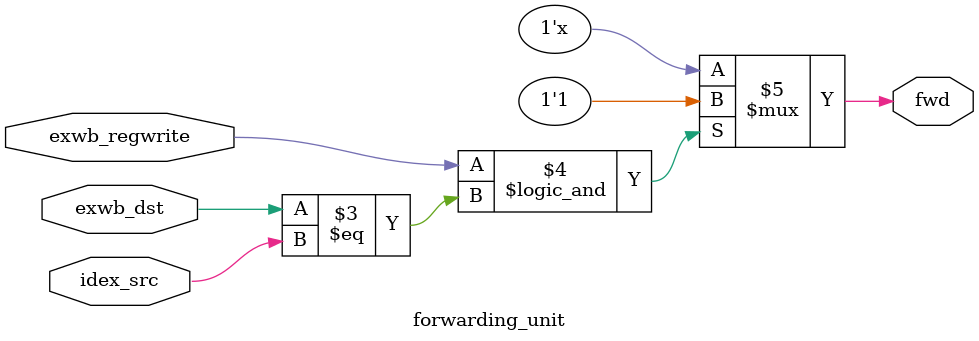
<source format=v>
`timescale 1ns / 1ps


module forwarding_unit(
    input exwb_regwrite,
    input exwb_dst,
    input idex_src,
    output reg fwd
    );
    
    always@(*)
    begin
    if(exwb_regwrite == 1 && exwb_dst == idex_src)
    begin
    fwd <= 1;
    end
    end
    
endmodule

</source>
